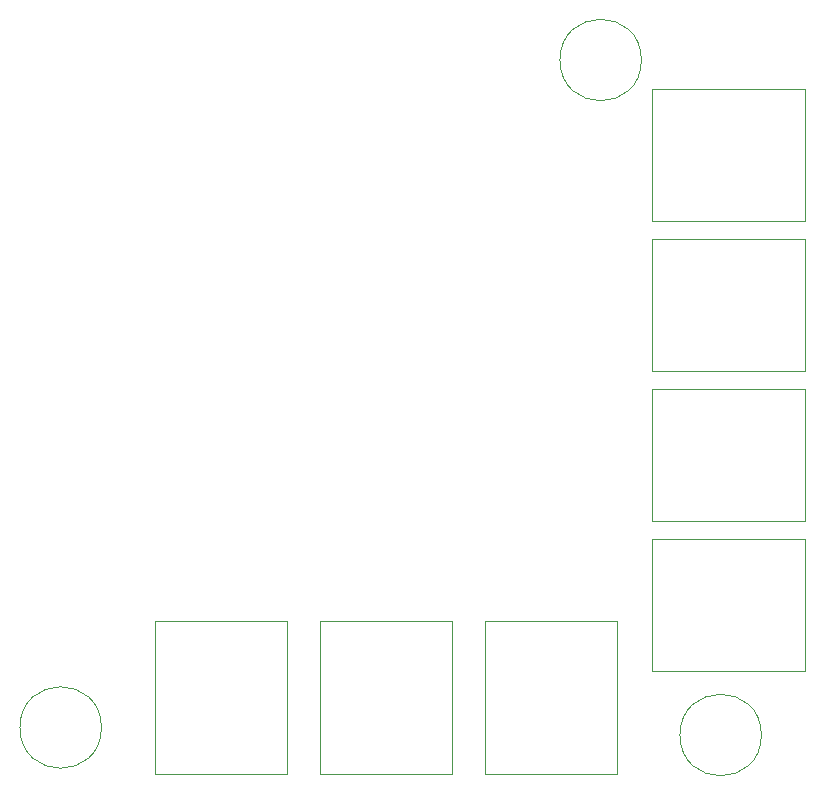
<source format=gbr>
%TF.GenerationSoftware,KiCad,Pcbnew,(5.1.7)-1*%
%TF.CreationDate,2021-07-10T18:44:26+02:00*%
%TF.ProjectId,p_ytka_podno_nik,70427974-6b61-45f7-906f-646e6f5b6e69,rev?*%
%TF.SameCoordinates,Original*%
%TF.FileFunction,Other,User*%
%FSLAX46Y46*%
G04 Gerber Fmt 4.6, Leading zero omitted, Abs format (unit mm)*
G04 Created by KiCad (PCBNEW (5.1.7)-1) date 2021-07-10 18:44:26*
%MOMM*%
%LPD*%
G01*
G04 APERTURE LIST*
%ADD10C,0.050000*%
G04 APERTURE END LIST*
D10*
%TO.C,REF\u002A\u002A*%
X160295000Y-60325000D02*
G75*
G03*
X160295000Y-60325000I-3450000J0D01*
G01*
X170455000Y-117475000D02*
G75*
G03*
X170455000Y-117475000I-3450000J0D01*
G01*
X114575000Y-116840000D02*
G75*
G03*
X114575000Y-116840000I-3450000J0D01*
G01*
%TO.C,J3*%
X144250000Y-120770000D02*
X133060000Y-120770000D01*
X144250000Y-120770000D02*
X144250000Y-107830000D01*
X133060000Y-107830000D02*
X133060000Y-120770000D01*
X133060000Y-107830000D02*
X144250000Y-107830000D01*
%TO.C,J1*%
X174110000Y-75460000D02*
X174110000Y-86650000D01*
X174110000Y-75460000D02*
X161170000Y-75460000D01*
X161170000Y-86650000D02*
X174110000Y-86650000D01*
X161170000Y-86650000D02*
X161170000Y-75460000D01*
%TO.C,J7*%
X174110000Y-88160000D02*
X174110000Y-99350000D01*
X174110000Y-88160000D02*
X161170000Y-88160000D01*
X161170000Y-99350000D02*
X174110000Y-99350000D01*
X161170000Y-99350000D02*
X161170000Y-88160000D01*
%TO.C,J6*%
X161170000Y-73950000D02*
X161170000Y-62760000D01*
X161170000Y-73950000D02*
X174110000Y-73950000D01*
X174110000Y-62760000D02*
X161170000Y-62760000D01*
X174110000Y-62760000D02*
X174110000Y-73950000D01*
%TO.C,J5*%
X158220000Y-120770000D02*
X147030000Y-120770000D01*
X158220000Y-120770000D02*
X158220000Y-107830000D01*
X147030000Y-107830000D02*
X147030000Y-120770000D01*
X147030000Y-107830000D02*
X158220000Y-107830000D01*
%TO.C,J4*%
X130280000Y-120770000D02*
X119090000Y-120770000D01*
X130280000Y-120770000D02*
X130280000Y-107830000D01*
X119090000Y-107830000D02*
X119090000Y-120770000D01*
X119090000Y-107830000D02*
X130280000Y-107830000D01*
%TO.C,J2*%
X174110000Y-100860000D02*
X174110000Y-112050000D01*
X174110000Y-100860000D02*
X161170000Y-100860000D01*
X161170000Y-112050000D02*
X174110000Y-112050000D01*
X161170000Y-112050000D02*
X161170000Y-100860000D01*
%TD*%
M02*

</source>
